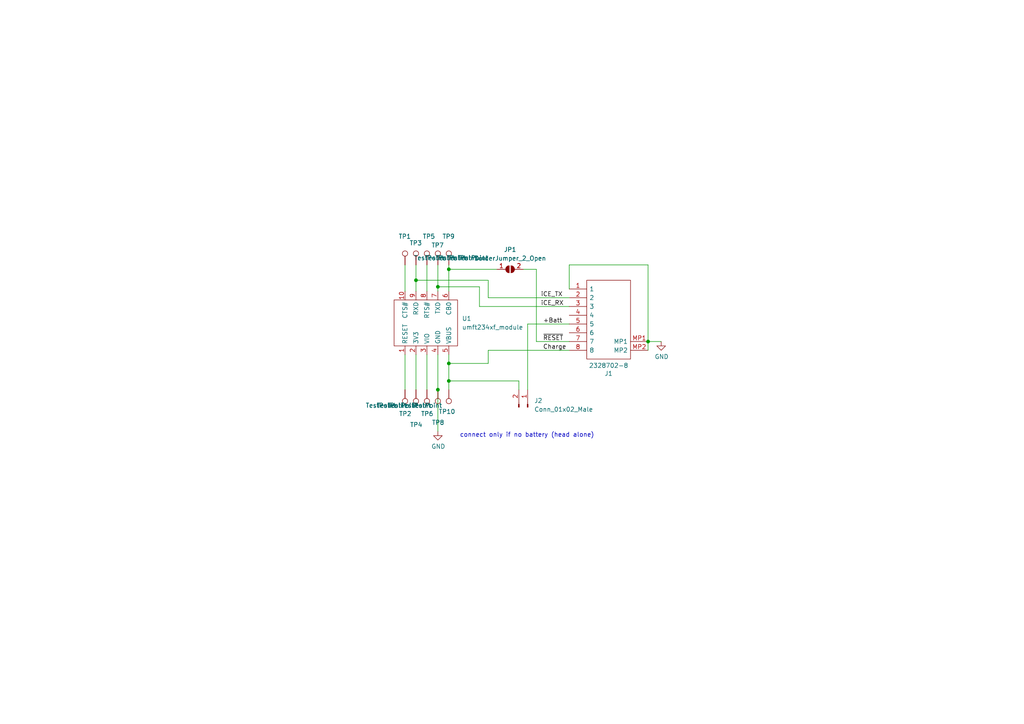
<source format=kicad_sch>
(kicad_sch (version 20211123) (generator eeschema)
  (paper "A4")
  (lib_symbols
    (symbol "2328702-8:2328702-8" (pin_names (offset 0.762))
      (property "Reference" "J" (at 19.05 7.62 0))
      (property "Value" "2328702-8_2328702-8" (at 19.05 5.08 0))
      (symbol "2328702-8_0_0"
        (pin passive line (at 22.86 -17.78 180) (length 5.08) (name "1") (number "1"))
        (pin passive line (at 22.86 -15.24 180) (length 5.08) (name "2") (number "2"))
        (pin passive line (at 22.86 -12.7 180) (length 5.08) (name "3") (number "3"))
        (pin passive line (at 22.86 -10.16 180) (length 5.08) (name "4") (number "4"))
        (pin passive line (at 22.86 -7.62 180) (length 5.08) (name "5") (number "5"))
        (pin passive line (at 22.86 -5.08 180) (length 5.08) (name "6") (number "6"))
        (pin passive line (at 22.86 -2.54 180) (length 5.08) (name "7") (number "7"))
        (pin passive line (at 22.86 0 180) (length 5.08) (name "8") (number "8"))
        (pin passive line (at 0 -2.54 0) (length 5.08) (name "MP1") (number "MP1"))
        (pin passive line (at 0 0 0) (length 5.08) (name "MP2") (number "MP2"))
      )
      (symbol "2328702-8_0_1"
        (polyline (pts (xy 5.08 2.54) (xy 17.78 2.54) (xy 17.78 -20.32) (xy 5.08 -20.32) (xy 5.08 2.54)) (stroke (width 0.1524)))
      )
    )
    (symbol "Connector:Conn_01x02_Male" (pin_names (offset 1.016) hide)
      (property "Reference" "J" (at 0 2.54 0))
      (property "Value" "Conn_01x02_Male" (at 0 -5.08 0))
      (symbol "Conn_01x02_Male_1_1"
        (polyline (pts (xy 1.27 -2.54) (xy 0.8636 -2.54)) (stroke (width 0.1524)))
        (polyline (pts (xy 1.27 0) (xy 0.8636 0)) (stroke (width 0.1524)))
        (rectangle (start 0.8636 -2.413) (end 0 -2.667) (stroke (width 0.1524)) (fill (type outline)))
        (rectangle (start 0.8636 0.127) (end 0 -0.127) (stroke (width 0.1524)) (fill (type outline)))
        (pin passive line (at 5.08 0 180) (length 3.81) (name "Pin_1") (number "1"))
        (pin passive line (at 5.08 -2.54 180) (length 3.81) (name "Pin_2") (number "2"))
      )
    )
    (symbol "Connector:TestPoint" (pin_numbers hide) (pin_names (offset 0.762) hide)
      (property "Reference" "TP" (at 0 6.858 0))
      (property "Value" "TestPoint" (at 0 5.08 0))
      (symbol "TestPoint_0_1"
        (circle (center 0 3.302) (radius 0.762))
      )
      (symbol "TestPoint_1_1"
        (pin passive line (at 0 0 90) (length 2.54) (name "1") (number "1"))
      )
    )
    (symbol "Jumper:SolderJumper_2_Open" (pin_names (offset 0) hide)
      (property "Reference" "JP" (at 0 2.032 0))
      (property "Value" "SolderJumper_2_Open" (at 0 -2.54 0))
      (symbol "SolderJumper_2_Open_0_1"
        (arc (start -0.254 1.016) (mid -1.27 0) (end -0.254 -1.016))
        (arc (start -0.254 1.016) (mid -1.27 0) (end -0.254 -1.016) (fill (type outline)))
        (polyline (pts (xy -0.254 1.016) (xy -0.254 -1.016)))
        (polyline (pts (xy 0.254 1.016) (xy 0.254 -1.016)))
        (arc (start 0.254 -1.016) (mid 1.27 0) (end 0.254 1.016))
        (arc (start 0.254 -1.016) (mid 1.27 0) (end 0.254 1.016) (fill (type outline)))
      )
      (symbol "SolderJumper_2_Open_1_1"
        (pin passive line (at -3.81 0 0) (length 2.54) (name "A") (number "1"))
        (pin passive line (at 3.81 0 180) (length 2.54) (name "B") (number "2"))
      )
    )
    (symbol "UMFT234XF:umft234xf_module"
      (property "Reference" "U" (at 11.43 0.635 0))
      (property "Value" "umft234xf_module" (at 0 0 0))
      (symbol "umft234xf_module_0_1"
        (rectangle (start -9.525 6.35) (end 8.89 -6.985))
      )
      (symbol "umft234xf_module_1_1"
        (pin input line (at -6.35 -9.525 90) (length 2.54) (name "RESET") (number "1"))
        (pin output line (at -6.35 8.89 270) (length 2.54) (name "CTS#") (number "10"))
        (pin power_in line (at -3.175 -9.525 90) (length 2.54) (name "3V3") (number "2"))
        (pin power_in line (at 0 -9.525 90) (length 2.54) (name "VIO") (number "3"))
        (pin power_in line (at 3.175 -9.525 90) (length 2.54) (name "GND") (number "4"))
        (pin power_in line (at 6.35 -9.525 90) (length 2.54) (name "VBUS") (number "5"))
        (pin bidirectional line (at 6.35 8.89 270) (length 2.54) (name "CB0") (number "6"))
        (pin input line (at 3.175 8.89 270) (length 2.54) (name "TXD") (number "7"))
        (pin input line (at 0 8.89 270) (length 2.54) (name "RTS#") (number "8"))
        (pin output line (at -3.175 8.89 270) (length 2.54) (name "RXD") (number "9"))
      )
    )
    (symbol "power:GND" (power) (pin_names (offset 0))
      (property "Value" "GND" (at 0 -3.81 0))
      (symbol "GND_0_1"
        (polyline (pts (xy 0 0) (xy 0 -1.27) (xy 1.27 -1.27) (xy 0 -2.54) (xy -1.27 -1.27) (xy 0 -1.27)))
      )
      (symbol "GND_1_1"
        (pin power_in line (at 0 0 270) (length 0) hide (name "GND") (number "1"))
      )
    )
  )
  (junction (at 127 83.185))
  (junction (at 120.65 81.28))
  (junction (at 130.175 105.41))
  (junction (at 187.96 99.06))
  (junction (at 130.175 78.105))
  (junction (at 130.175 110.49))
  (junction (at 127 113.03))
  (wire (pts (xy 139.065 83.185) (xy 127 83.185)))
  (wire (pts (xy 165.1 76.835) (xy 187.96 76.835)))
  (wire (pts (xy 187.96 76.835) (xy 187.96 99.06)))
  (wire (pts (xy 117.475 102.87) (xy 117.475 113.03)))
  (wire (pts (xy 127 113.03) (xy 127 125.095)))
  (wire (pts (xy 141.605 81.28) (xy 120.65 81.28)))
  (wire (pts (xy 130.175 110.49) (xy 130.175 113.03)))
  (wire (pts (xy 130.175 76.835) (xy 130.175 78.105)))
  (wire (pts (xy 150.495 110.49) (xy 130.175 110.49)))
  (wire (pts (xy 150.495 113.03) (xy 150.495 110.49)))
  (wire (pts (xy 187.96 101.6) (xy 187.96 99.06)))
  (wire (pts (xy 165.1 101.6) (xy 141.605 101.6)))
  (wire (pts (xy 141.605 86.36) (xy 165.1 86.36)))
  (wire (pts (xy 141.605 101.6) (xy 141.605 105.41)))
  (wire (pts (xy 191.77 99.06) (xy 187.96 99.06)))
  (wire (pts (xy 130.175 102.87) (xy 130.175 105.41)))
  (wire (pts (xy 127 83.185) (xy 127 84.455)))
  (wire (pts (xy 130.175 78.105) (xy 144.145 78.105)))
  (wire (pts (xy 151.765 78.105) (xy 155.575 78.105)))
  (wire (pts (xy 141.605 105.41) (xy 130.175 105.41)))
  (wire (pts (xy 165.1 83.82) (xy 165.1 76.835)))
  (wire (pts (xy 123.825 76.835) (xy 123.825 84.455)))
  (wire (pts (xy 155.575 99.06) (xy 165.1 99.06)))
  (wire (pts (xy 127 76.835) (xy 127 83.185)))
  (wire (pts (xy 117.475 76.835) (xy 117.475 84.455)))
  (wire (pts (xy 130.175 78.105) (xy 130.175 84.455)))
  (wire (pts (xy 130.175 105.41) (xy 130.175 110.49)))
  (wire (pts (xy 127 102.87) (xy 127 113.03)))
  (wire (pts (xy 155.575 78.105) (xy 155.575 99.06)))
  (wire (pts (xy 120.65 81.28) (xy 120.65 84.455)))
  (wire (pts (xy 120.65 76.835) (xy 120.65 81.28)))
  (wire (pts (xy 165.1 93.98) (xy 153.035 93.98)))
  (wire (pts (xy 153.035 93.98) (xy 153.035 113.03)))
  (wire (pts (xy 139.065 88.9) (xy 165.1 88.9)))
  (wire (pts (xy 141.605 86.36) (xy 141.605 81.28)))
  (wire (pts (xy 123.825 102.87) (xy 123.825 113.03)))
  (wire (pts (xy 139.065 88.9) (xy 139.065 83.185)))
  (wire (pts (xy 120.65 102.87) (xy 120.65 113.03)))
  (text "connect only if no battery (head alone)" (at 133.35 127 0) (effects (font (size 1.27 1.27)) (justify left bottom)))
  (label "~{RESET}" (at 157.48 99.06 0))
  (label "iCE_RX" (at 156.845 88.9 0))
  (label "iCE_TX" (at 156.845 86.36 0))
  (label "Charge" (at 157.48 101.6 0))
  (label "+Batt" (at 157.48 93.98 0))
  (symbol (lib_id "2328702-8:2328702-8") (at 187.96 101.6 180) (unit 1)
    (property "Reference" "J1" (at 176.53 108.331 0))
    (property "Value" "2328702-8" (at 176.53 106.0196 0))
    (property "Footprint" "MyFootprints:23287028" (effects hide))
    (property "Datasheet" "https://www.te.com/commerce/DocumentDelivery/DDEController?Action=showdoc&DocId=Customer+Drawing%7F2328702%7F5%7Fpdf%7FEnglish%7FENG_CD_2328702_5.pdf%7F2328702-8" (effects hide))
    (property "Description" "AMP - TE CONNECTIVITY - 2328702-8 - CONNECTOR, FPC, R/A, 8POS, 1ROW, 0.5MM" (effects hide))
    (property "Height" "1.05" (effects hide))
    (property "Manufacturer_Name" "TE Connectivity" (effects hide))
    (property "Manufacturer_Part_Number" "2328702-8" (effects hide))
    (property "Mouser Part Number" "571-2328702-8" (effects hide))
    (property "Mouser Price/Stock" "https://www.mouser.co.uk/ProductDetail/TE-Connectivity/2328702-8?qs=w%2Fv1CP2dgqphyFkupQxKkA%3D%3D" (effects hide))
    (property "Arrow Part Number" "2328702-8" (effects hide))
    (property "Arrow Price/Stock" "https://www.arrow.com/en/products/2328702-8/te-connectivity" (effects hide))
  )
  (symbol (lib_id "power:GND") (at 191.77 99.06 0) (unit 1)
    (property "Reference" "#PWR0101" (effects hide))
    (property "Value" "GND" (at 191.897 103.4542 0))
  )
  (symbol (lib_id "Connector:TestPoint") (at 120.65 113.03 0) (mirror x) (unit 1) (in_bom no)
    (property "Reference" "TP4" (at 122.555 123.19 0) (effects (justify right)))
    (property "Value" "TestPoint" (at 118.11 117.6019 0) (effects (justify right)))
    (property "Footprint" "TestPoint:TestPoint_Pad_D1.5mm" (effects hide))
  )
  (symbol (lib_id "UMFT234XF:umft234xf_module") (at 123.825 93.345 0) (unit 1)
    (property "Reference" "U1" (at 133.985 92.3924 0) (effects (justify left)))
    (property "Value" "umft234xf_module" (at 133.985 94.9324 0) (effects (justify left)))
    (property "Footprint" "MyFootprints:umft234xf" (effects hide))
  )
  (symbol (lib_id "Connector:TestPoint") (at 123.825 76.835 0) (unit 1) (in_bom no)
    (property "Reference" "TP5" (at 122.555 68.58 0) (effects (justify left)))
    (property "Value" "TestPoint" (at 126.365 74.8029 0) (effects (justify left)))
    (property "Footprint" "TestPoint:TestPoint_Pad_D1.5mm" (effects hide))
  )
  (symbol (lib_id "Connector:TestPoint") (at 117.475 76.835 0) (unit 1) (in_bom no)
    (property "Reference" "TP1" (at 115.57 68.58 0) (effects (justify left)))
    (property "Value" "TestPoint" (at 120.015 74.8029 0) (effects (justify left)))
    (property "Footprint" "TestPoint:TestPoint_Pad_D1.5mm" (effects hide))
  )
  (symbol (lib_id "Connector:TestPoint") (at 127 76.835 0) (unit 1) (in_bom no)
    (property "Reference" "TP7" (at 125.095 71.12 0) (effects (justify left)))
    (property "Value" "TestPoint" (at 129.54 74.8029 0) (effects (justify left)))
    (property "Footprint" "TestPoint:TestPoint_Pad_D1.5mm" (effects hide))
  )
  (symbol (lib_id "power:GND") (at 127 125.095 0) (unit 1)
    (property "Reference" "#PWR0102" (effects hide))
    (property "Value" "GND" (at 127.127 129.4892 0))
  )
  (symbol (lib_id "Connector:TestPoint") (at 117.475 113.03 0) (mirror x) (unit 1) (in_bom no)
    (property "Reference" "TP2" (at 119.38 120.015 0) (effects (justify right)))
    (property "Value" "TestPoint" (at 114.935 117.6019 0) (effects (justify right)))
    (property "Footprint" "TestPoint:TestPoint_Pad_D1.5mm" (effects hide))
  )
  (symbol (lib_id "Connector:Conn_01x02_Male") (at 153.035 118.11 270) (mirror x) (unit 1)
    (property "Reference" "J2" (at 154.94 116.2049 90) (effects (justify left)))
    (property "Value" "Conn_01x02_Male" (at 154.94 118.7449 90) (effects (justify left)))
    (property "Footprint" "Connector_PinHeader_2.54mm:PinHeader_1x02_P2.54mm_Horizontal" (effects hide))
  )
  (symbol (lib_id "Connector:TestPoint") (at 123.825 113.03 0) (mirror x) (unit 1) (in_bom no)
    (property "Reference" "TP6" (at 125.73 120.015 0) (effects (justify right)))
    (property "Value" "TestPoint" (at 121.285 117.6019 0) (effects (justify right)))
    (property "Footprint" "TestPoint:TestPoint_Pad_D1.5mm" (effects hide))
  )
  (symbol (lib_id "Connector:TestPoint") (at 130.175 76.835 0) (unit 1) (in_bom no)
    (property "Reference" "TP9" (at 128.27 68.58 0) (effects (justify left)))
    (property "Value" "TestPoint" (at 132.715 74.8029 0) (effects (justify left)))
    (property "Footprint" "TestPoint:TestPoint_Pad_D1.5mm" (effects hide))
  )
  (symbol (lib_id "Connector:TestPoint") (at 127 113.03 0) (mirror x) (unit 1) (in_bom no)
    (property "Reference" "TP8" (at 128.905 122.555 0) (effects (justify right)))
    (property "Value" "TestPoint" (at 125.095 117.6019 0) (effects (justify right)))
    (property "Footprint" "TestPoint:TestPoint_Pad_D1.5mm" (effects hide))
  )
  (symbol (lib_id "Jumper:SolderJumper_2_Open") (at 147.955 78.105 0) (unit 1)
    (property "Reference" "JP1" (at 147.955 72.39 0))
    (property "Value" "SolderJumper_2_Open" (at 147.955 74.93 0))
    (property "Footprint" "Jumper:SolderJumper-2_P1.3mm_Open_RoundedPad1.0x1.5mm" (effects hide))
  )
  (symbol (lib_id "Connector:TestPoint") (at 130.175 113.03 0) (mirror x) (unit 1) (in_bom no)
    (property "Reference" "TP10" (at 132.08 119.38 0) (effects (justify right)))
    (property "Value" "TestPoint" (at 128.27 117.6019 0) (effects (justify right)))
    (property "Footprint" "TestPoint:TestPoint_Pad_D1.5mm" (effects hide))
  )
  (symbol (lib_id "Connector:TestPoint") (at 120.65 76.835 0) (unit 1) (in_bom no)
    (property "Reference" "TP3" (at 118.745 70.485 0) (effects (justify left)))
    (property "Value" "TestPoint" (at 123.19 74.8029 0) (effects (justify left)))
    (property "Footprint" "TestPoint:TestPoint_Pad_D1.5mm" (effects hide))
  )
)
</source>
